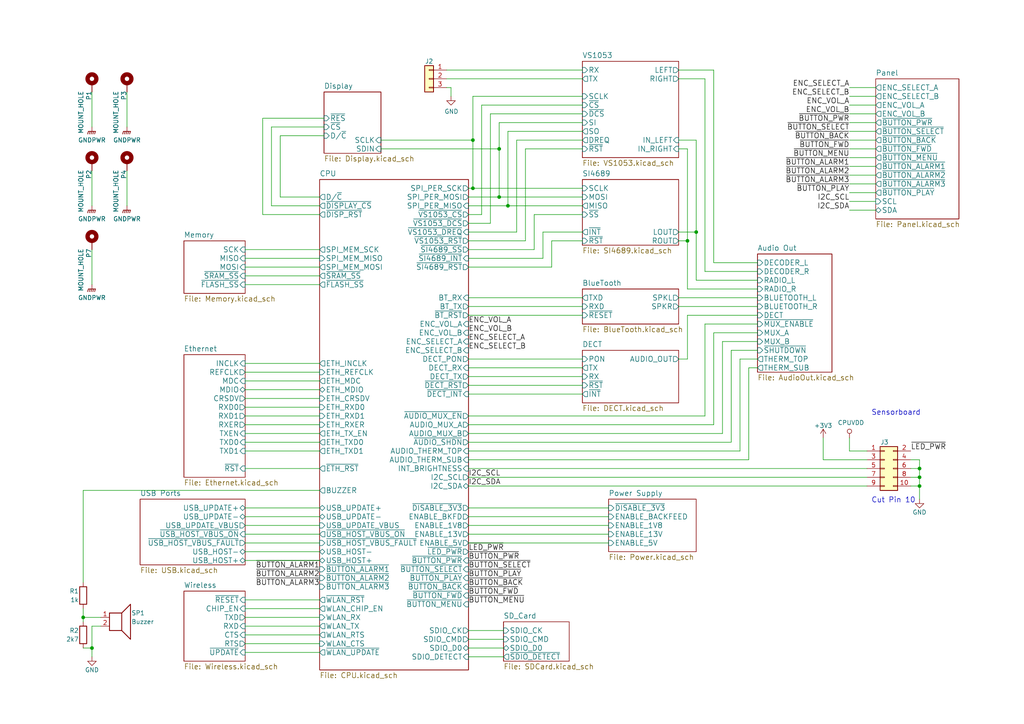
<source format=kicad_sch>
(kicad_sch (version 20211123) (generator eeschema)
  (paper "A4")
  (title_block (title "Radiowecker") (date "2016-05-31"))
  (lib_symbols
    (symbol "Connector_Generic:Conn_01x03" (pin_names (offset 1.016) hide)
      (property "Reference" "J" (at 0 5.08 0))
      (property "Value" "Conn_01x03" (at 0 -5.08 0))
      (symbol "Conn_01x03_1_1"
        (rectangle (start -1.27 -2.413) (end 0 -2.667) (stroke (width 0.1524)))
        (rectangle (start -1.27 0.127) (end 0 -0.127) (stroke (width 0.1524)))
        (rectangle (start -1.27 2.667) (end 0 2.413) (stroke (width 0.1524)))
        (rectangle (start -1.27 3.81) (end 1.27 -3.81) (stroke (width 0.254)) (fill (type background)))
        (pin passive line (at -5.08 2.54 0) (length 3.81) (name "Pin_1") (number "1"))
        (pin passive line (at -5.08 0 0) (length 3.81) (name "Pin_2") (number "2"))
        (pin passive line (at -5.08 -2.54 0) (length 3.81) (name "Pin_3") (number "3"))
      )
    )
    (symbol "Connector_Generic:Conn_02x05_Odd_Even" (pin_names (offset 1.016) hide)
      (property "Reference" "J" (at 1.27 7.62 0))
      (property "Value" "Conn_02x05_Odd_Even" (at 1.27 -7.62 0))
      (symbol "Conn_02x05_Odd_Even_1_1"
        (rectangle (start -1.27 -4.953) (end 0 -5.207) (stroke (width 0.1524)))
        (rectangle (start -1.27 -2.413) (end 0 -2.667) (stroke (width 0.1524)))
        (rectangle (start -1.27 0.127) (end 0 -0.127) (stroke (width 0.1524)))
        (rectangle (start -1.27 2.667) (end 0 2.413) (stroke (width 0.1524)))
        (rectangle (start -1.27 5.207) (end 0 4.953) (stroke (width 0.1524)))
        (rectangle (start -1.27 6.35) (end 3.81 -6.35) (stroke (width 0.254)) (fill (type background)))
        (rectangle (start 3.81 -4.953) (end 2.54 -5.207) (stroke (width 0.1524)))
        (rectangle (start 3.81 -2.413) (end 2.54 -2.667) (stroke (width 0.1524)))
        (rectangle (start 3.81 0.127) (end 2.54 -0.127) (stroke (width 0.1524)))
        (rectangle (start 3.81 2.667) (end 2.54 2.413) (stroke (width 0.1524)))
        (rectangle (start 3.81 5.207) (end 2.54 4.953) (stroke (width 0.1524)))
        (pin passive line (at -5.08 5.08 0) (length 3.81) (name "Pin_1") (number "1"))
        (pin passive line (at 7.62 -5.08 180) (length 3.81) (name "Pin_10") (number "10"))
        (pin passive line (at 7.62 5.08 180) (length 3.81) (name "Pin_2") (number "2"))
        (pin passive line (at -5.08 2.54 0) (length 3.81) (name "Pin_3") (number "3"))
        (pin passive line (at 7.62 2.54 180) (length 3.81) (name "Pin_4") (number "4"))
        (pin passive line (at -5.08 0 0) (length 3.81) (name "Pin_5") (number "5"))
        (pin passive line (at 7.62 0 180) (length 3.81) (name "Pin_6") (number "6"))
        (pin passive line (at -5.08 -2.54 0) (length 3.81) (name "Pin_7") (number "7"))
        (pin passive line (at 7.62 -2.54 180) (length 3.81) (name "Pin_8") (number "8"))
        (pin passive line (at -5.08 -5.08 0) (length 3.81) (name "Pin_9") (number "9"))
      )
    )
    (symbol "Device:R" (pin_numbers hide) (pin_names (offset 0))
      (property "Reference" "R" (at 2.032 0 90))
      (property "Value" "R" (at 0 0 90))
      (symbol "R_0_1"
        (rectangle (start -1.016 -2.54) (end 1.016 2.54) (stroke (width 0.254)))
      )
      (symbol "R_1_1"
        (pin passive line (at 0 3.81 270) (length 1.27) (name "~") (number "1"))
        (pin passive line (at 0 -3.81 90) (length 1.27) (name "~") (number "2"))
      )
    )
    (symbol "Device:Speaker" (pin_names (offset 0) hide)
      (property "Reference" "LS" (at 1.27 5.715 0))
      (property "Value" "Speaker" (at 1.27 3.81 0))
      (symbol "Speaker_0_0"
        (rectangle (start -2.54 1.27) (end 1.016 -3.81) (stroke (width 0.254)))
        (polyline (pts (xy 1.016 1.27) (xy 3.556 3.81) (xy 3.556 -6.35) (xy 1.016 -3.81)) (stroke (width 0.254)))
      )
      (symbol "Speaker_1_1"
        (pin input line (at -5.08 0 0) (length 2.54) (name "1") (number "1"))
        (pin input line (at -5.08 -2.54 0) (length 2.54) (name "2") (number "2"))
      )
    )
    (symbol "Mainboard-rescue:+3V3-power" (power) (pin_names (offset 0))
      (property "Value" "+3V3-power" (at 0 3.556 0))
      (symbol "+3V3-power_0_1"
        (polyline (pts (xy -0.762 1.27) (xy 0 2.54)))
        (polyline (pts (xy 0 0) (xy 0 2.54)))
        (polyline (pts (xy 0 2.54) (xy 0.762 1.27)))
      )
      (symbol "+3V3-power_1_1"
        (pin power_in line (at 0 0 90) (length 0) hide (name "+3V3") (number "1"))
      )
    )
    (symbol "Mainboard-rescue:GND-power" (power) (pin_names (offset 0))
      (property "Value" "GND-power" (at 0 -3.81 0))
      (symbol "GND-power_0_1"
        (polyline (pts (xy 0 0) (xy 0 -1.27) (xy 1.27 -1.27) (xy 0 -2.54) (xy -1.27 -1.27) (xy 0 -1.27)))
      )
      (symbol "GND-power_1_1"
        (pin power_in line (at 0 0 270) (length 0) hide (name "GND") (number "1"))
      )
    )
    (symbol "Mainboard-rescue:GNDPWR-power" (power) (pin_names (offset 0))
      (property "Value" "GNDPWR-power" (at 0 -3.302 0))
      (symbol "GNDPWR-power_0_1"
        (polyline (pts (xy 0 -1.27) (xy 0 0)))
        (polyline (pts (xy -1.016 -1.27) (xy -1.27 -2.032) (xy -1.27 -2.032)) (stroke (width 0.2032)))
        (polyline (pts (xy -0.508 -1.27) (xy -0.762 -2.032) (xy -0.762 -2.032)) (stroke (width 0.2032)))
        (polyline (pts (xy 0 -1.27) (xy -0.254 -2.032) (xy -0.254 -2.032)) (stroke (width 0.2032)))
        (polyline (pts (xy 0.508 -1.27) (xy 0.254 -2.032) (xy 0.254 -2.032)) (stroke (width 0.2032)))
        (polyline (pts (xy 1.016 -1.27) (xy -1.016 -1.27) (xy -1.016 -1.27)) (stroke (width 0.2032)))
        (polyline (pts (xy 1.016 -1.27) (xy 0.762 -2.032) (xy 0.762 -2.032) (xy 0.762 -2.032)) (stroke (width 0.2032)))
      )
      (symbol "GNDPWR-power_1_1"
        (pin power_in line (at 0 0 270) (length 0) hide (name "GNDPWR") (number "1"))
      )
    )
    (symbol "Mainboard:CPUVDD" (power) (pin_names (offset 0))
      (property "Value" "CPUVDD" (at 0 3.81 0))
      (symbol "CPUVDD_0_1"
        (polyline (pts (xy 0 0) (xy 0 1.27)))
        (circle (center 0 1.905) (radius 0.635))
      )
      (symbol "CPUVDD_1_1"
        (pin power_in line (at 0 0 90) (length 0) hide (name "CPUVDD") (number "1"))
      )
    )
    (symbol "Mechanical:MountingHole_Pad" (pin_numbers hide) (pin_names (offset 1.016) hide)
      (property "Reference" "H" (at 0 6.35 0))
      (property "Value" "MountingHole_Pad" (at 0 4.445 0))
      (symbol "MountingHole_Pad_0_1"
        (circle (center 0 1.27) (radius 1.27) (stroke (width 1.27)))
      )
      (symbol "MountingHole_Pad_1_1"
        (pin input line (at 0 -2.54 90) (length 2.54) (name "1") (number "1"))
      )
    )
  )
  (junction (at 147.32 59.69))
  (junction (at 266.7 138.43))
  (junction (at 144.78 57.15))
  (junction (at 266.7 135.89))
  (junction (at 201.93 67.31))
  (junction (at 137.16 40.64))
  (junction (at 199.39 69.85))
  (junction (at 266.7 140.97))
  (junction (at 26.67 187.96))
  (junction (at 24.13 179.07))
  (junction (at 137.16 54.61))
  (junction (at 144.78 43.18))
  (wire (pts (xy 196.85 69.85) (xy 199.39 69.85)))
  (wire (pts (xy 92.71 189.23) (xy 71.12 189.23)))
  (wire (pts (xy 157.48 74.93) (xy 157.48 67.31)))
  (wire (pts (xy 160.02 69.85) (xy 168.91 69.85)))
  (wire (pts (xy 196.85 20.32) (xy 207.01 20.32)))
  (wire (pts (xy 135.89 138.43) (xy 251.46 138.43)))
  (wire (pts (xy 246.38 50.8) (xy 254 50.8)))
  (wire (pts (xy 24.13 179.07) (xy 24.13 180.34)))
  (wire (pts (xy 135.89 149.86) (xy 176.53 149.86)))
  (wire (pts (xy 135.89 59.69) (xy 147.32 59.69)))
  (wire (pts (xy 135.89 157.48) (xy 176.53 157.48)))
  (wire (pts (xy 199.39 43.18) (xy 199.39 69.85)))
  (wire (pts (xy 207.01 96.52) (xy 219.71 96.52)))
  (wire (pts (xy 71.12 82.55) (xy 92.71 82.55)))
  (wire (pts (xy 137.16 27.94) (xy 168.91 27.94)))
  (wire (pts (xy 76.2 62.23) (xy 76.2 34.29)))
  (wire (pts (xy 266.7 135.89) (xy 266.7 138.43)))
  (wire (pts (xy 135.89 154.94) (xy 176.53 154.94)))
  (wire (pts (xy 81.28 39.37) (xy 93.98 39.37)))
  (wire (pts (xy 129.54 22.86) (xy 168.91 22.86)))
  (wire (pts (xy 139.7 30.48) (xy 168.91 30.48)))
  (wire (pts (xy 76.2 34.29) (xy 93.98 34.29)))
  (wire (pts (xy 217.17 133.35) (xy 135.89 133.35)))
  (wire (pts (xy 201.93 40.64) (xy 201.93 67.31)))
  (wire (pts (xy 199.39 91.44) (xy 219.71 91.44)))
  (wire (pts (xy 201.93 67.31) (xy 201.93 81.28)))
  (wire (pts (xy 71.12 176.53) (xy 92.71 176.53)))
  (wire (pts (xy 209.55 99.06) (xy 219.71 99.06)))
  (wire (pts (xy 71.12 162.56) (xy 92.71 162.56)))
  (wire (pts (xy 154.94 62.23) (xy 168.91 62.23)))
  (wire (pts (xy 71.12 72.39) (xy 92.71 72.39)))
  (wire (pts (xy 246.38 58.42) (xy 254 58.42)))
  (wire (pts (xy 204.47 93.98) (xy 219.71 93.98)))
  (wire (pts (xy 135.89 104.14) (xy 168.91 104.14)))
  (wire (pts (xy 135.89 54.61) (xy 137.16 54.61)))
  (wire (pts (xy 212.09 128.27) (xy 212.09 101.6)))
  (wire (pts (xy 157.48 67.31) (xy 168.91 67.31)))
  (wire (pts (xy 149.86 40.64) (xy 168.91 40.64)))
  (wire (pts (xy 246.38 130.81) (xy 251.46 130.81)))
  (wire (pts (xy 135.89 57.15) (xy 144.78 57.15)))
  (wire (pts (xy 135.89 69.85) (xy 152.4 69.85)))
  (wire (pts (xy 264.16 133.35) (xy 266.7 133.35)))
  (wire (pts (xy 135.89 77.47) (xy 160.02 77.47)))
  (wire (pts (xy 71.12 123.19) (xy 92.71 123.19)))
  (wire (pts (xy 246.38 27.94) (xy 254 27.94)))
  (wire (pts (xy 266.7 140.97) (xy 266.7 144.78)))
  (wire (pts (xy 129.54 25.4) (xy 130.81 25.4)))
  (wire (pts (xy 71.12 105.41) (xy 92.71 105.41)))
  (wire (pts (xy 246.38 30.48) (xy 254 30.48)))
  (wire (pts (xy 26.67 26.67) (xy 26.67 36.83)))
  (wire (pts (xy 160.02 77.47) (xy 160.02 69.85)))
  (wire (pts (xy 196.85 88.9) (xy 219.71 88.9)))
  (wire (pts (xy 246.38 45.72) (xy 254 45.72)))
  (wire (pts (xy 152.4 69.85) (xy 152.4 43.18)))
  (wire (pts (xy 36.83 26.67) (xy 36.83 36.83)))
  (wire (pts (xy 214.63 130.81) (xy 135.89 130.81)))
  (wire (pts (xy 24.13 187.96) (xy 26.67 187.96)))
  (wire (pts (xy 246.38 40.64) (xy 254 40.64)))
  (wire (pts (xy 207.01 123.19) (xy 207.01 96.52)))
  (wire (pts (xy 137.16 27.94) (xy 137.16 40.64)))
  (wire (pts (xy 246.38 33.02) (xy 254 33.02)))
  (wire (pts (xy 135.89 152.4) (xy 176.53 152.4)))
  (wire (pts (xy 71.12 74.93) (xy 92.71 74.93)))
  (wire (pts (xy 196.85 104.14) (xy 199.39 104.14)))
  (wire (pts (xy 266.7 138.43) (xy 266.7 140.97)))
  (wire (pts (xy 135.89 74.93) (xy 157.48 74.93)))
  (wire (pts (xy 110.49 40.64) (xy 137.16 40.64)))
  (wire (pts (xy 196.85 22.86) (xy 204.47 22.86)))
  (wire (pts (xy 219.71 106.68) (xy 217.17 106.68)))
  (wire (pts (xy 78.74 36.83) (xy 78.74 59.69)))
  (wire (pts (xy 199.39 69.85) (xy 199.39 83.82)))
  (wire (pts (xy 144.78 35.56) (xy 168.91 35.56)))
  (wire (pts (xy 71.12 128.27) (xy 92.71 128.27)))
  (wire (pts (xy 135.89 111.76) (xy 168.91 111.76)))
  (wire (pts (xy 26.67 187.96) (xy 26.67 190.5)))
  (wire (pts (xy 238.76 127) (xy 238.76 133.35)))
  (wire (pts (xy 135.89 86.36) (xy 168.91 86.36)))
  (wire (pts (xy 209.55 125.73) (xy 209.55 99.06)))
  (wire (pts (xy 71.12 186.69) (xy 92.71 186.69)))
  (wire (pts (xy 207.01 76.2) (xy 219.71 76.2)))
  (wire (pts (xy 246.38 127) (xy 246.38 130.81)))
  (wire (pts (xy 135.89 190.5) (xy 146.05 190.5)))
  (wire (pts (xy 71.12 152.4) (xy 92.71 152.4)))
  (wire (pts (xy 149.86 67.31) (xy 149.86 40.64)))
  (wire (pts (xy 199.39 43.18) (xy 196.85 43.18)))
  (wire (pts (xy 26.67 181.61) (xy 26.67 187.96)))
  (wire (pts (xy 26.67 181.61) (xy 29.21 181.61)))
  (wire (pts (xy 24.13 176.53) (xy 24.13 179.07)))
  (wire (pts (xy 246.38 38.1) (xy 254 38.1)))
  (wire (pts (xy 238.76 133.35) (xy 251.46 133.35)))
  (wire (pts (xy 196.85 86.36) (xy 219.71 86.36)))
  (wire (pts (xy 135.89 185.42) (xy 146.05 185.42)))
  (wire (pts (xy 204.47 120.65) (xy 204.47 93.98)))
  (wire (pts (xy 135.89 64.77) (xy 142.24 64.77)))
  (wire (pts (xy 135.89 72.39) (xy 154.94 72.39)))
  (wire (pts (xy 135.89 120.65) (xy 204.47 120.65)))
  (wire (pts (xy 246.38 48.26) (xy 254 48.26)))
  (wire (pts (xy 135.89 123.19) (xy 207.01 123.19)))
  (wire (pts (xy 110.49 43.18) (xy 144.78 43.18)))
  (wire (pts (xy 71.12 80.01) (xy 92.71 80.01)))
  (wire (pts (xy 135.89 88.9) (xy 168.91 88.9)))
  (wire (pts (xy 71.12 135.89) (xy 92.71 135.89)))
  (wire (pts (xy 147.32 38.1) (xy 168.91 38.1)))
  (wire (pts (xy 71.12 125.73) (xy 92.71 125.73)))
  (wire (pts (xy 26.67 49.53) (xy 26.67 59.69)))
  (wire (pts (xy 81.28 57.15) (xy 81.28 39.37)))
  (wire (pts (xy 246.38 53.34) (xy 254 53.34)))
  (wire (pts (xy 71.12 147.32) (xy 92.71 147.32)))
  (wire (pts (xy 214.63 104.14) (xy 214.63 130.81)))
  (wire (pts (xy 71.12 107.95) (xy 92.71 107.95)))
  (wire (pts (xy 135.89 91.44) (xy 168.91 91.44)))
  (wire (pts (xy 24.13 179.07) (xy 29.21 179.07)))
  (wire (pts (xy 71.12 118.11) (xy 92.71 118.11)))
  (wire (pts (xy 264.16 140.97) (xy 266.7 140.97)))
  (wire (pts (xy 246.38 55.88) (xy 254 55.88)))
  (wire (pts (xy 147.32 59.69) (xy 168.91 59.69)))
  (wire (pts (xy 137.16 54.61) (xy 168.91 54.61)))
  (wire (pts (xy 71.12 179.07) (xy 92.71 179.07)))
  (wire (pts (xy 71.12 149.86) (xy 92.71 149.86)))
  (wire (pts (xy 71.12 77.47) (xy 92.71 77.47)))
  (wire (pts (xy 135.89 140.97) (xy 251.46 140.97)))
  (wire (pts (xy 71.12 173.99) (xy 92.71 173.99)))
  (wire (pts (xy 246.38 25.4) (xy 254 25.4)))
  (wire (pts (xy 204.47 22.86) (xy 204.47 78.74)))
  (wire (pts (xy 71.12 157.48) (xy 92.71 157.48)))
  (wire (pts (xy 246.38 60.96) (xy 254 60.96)))
  (wire (pts (xy 212.09 101.6) (xy 219.71 101.6)))
  (wire (pts (xy 135.89 67.31) (xy 149.86 67.31)))
  (wire (pts (xy 201.93 81.28) (xy 219.71 81.28)))
  (wire (pts (xy 135.89 109.22) (xy 168.91 109.22)))
  (wire (pts (xy 135.89 182.88) (xy 146.05 182.88)))
  (wire (pts (xy 135.89 187.96) (xy 146.05 187.96)))
  (wire (pts (xy 71.12 154.94) (xy 92.71 154.94)))
  (wire (pts (xy 71.12 115.57) (xy 92.71 115.57)))
  (wire (pts (xy 147.32 59.69) (xy 147.32 38.1)))
  (wire (pts (xy 246.38 43.18) (xy 254 43.18)))
  (wire (pts (xy 135.89 106.68) (xy 168.91 106.68)))
  (wire (pts (xy 246.38 35.56) (xy 254 35.56)))
  (wire (pts (xy 71.12 160.02) (xy 92.71 160.02)))
  (wire (pts (xy 71.12 110.49) (xy 92.71 110.49)))
  (wire (pts (xy 129.54 20.32) (xy 168.91 20.32)))
  (wire (pts (xy 135.89 147.32) (xy 176.53 147.32)))
  (wire (pts (xy 264.16 135.89) (xy 266.7 135.89)))
  (wire (pts (xy 154.94 72.39) (xy 154.94 62.23)))
  (wire (pts (xy 36.83 49.53) (xy 36.83 59.69)))
  (wire (pts (xy 266.7 133.35) (xy 266.7 135.89)))
  (wire (pts (xy 92.71 62.23) (xy 76.2 62.23)))
  (wire (pts (xy 142.24 64.77) (xy 142.24 33.02)))
  (wire (pts (xy 135.89 128.27) (xy 212.09 128.27)))
  (wire (pts (xy 137.16 40.64) (xy 137.16 54.61)))
  (wire (pts (xy 81.28 57.15) (xy 92.71 57.15)))
  (wire (pts (xy 71.12 120.65) (xy 92.71 120.65)))
  (wire (pts (xy 78.74 36.83) (xy 93.98 36.83)))
  (wire (pts (xy 199.39 83.82) (xy 219.71 83.82)))
  (wire (pts (xy 144.78 35.56) (xy 144.78 43.18)))
  (wire (pts (xy 135.89 62.23) (xy 139.7 62.23)))
  (wire (pts (xy 130.81 25.4) (xy 130.81 27.94)))
  (wire (pts (xy 26.67 72.39) (xy 26.67 82.55)))
  (wire (pts (xy 152.4 43.18) (xy 168.91 43.18)))
  (wire (pts (xy 78.74 59.69) (xy 92.71 59.69)))
  (wire (pts (xy 142.24 33.02) (xy 168.91 33.02)))
  (wire (pts (xy 71.12 181.61) (xy 92.71 181.61)))
  (wire (pts (xy 219.71 104.14) (xy 214.63 104.14)))
  (wire (pts (xy 71.12 113.03) (xy 92.71 113.03)))
  (wire (pts (xy 199.39 104.14) (xy 199.39 91.44)))
  (wire (pts (xy 264.16 138.43) (xy 266.7 138.43)))
  (wire (pts (xy 135.89 114.3) (xy 168.91 114.3)))
  (wire (pts (xy 135.89 125.73) (xy 209.55 125.73)))
  (wire (pts (xy 71.12 130.81) (xy 92.71 130.81)))
  (wire (pts (xy 24.13 142.24) (xy 24.13 168.91)))
  (wire (pts (xy 139.7 62.23) (xy 139.7 30.48)))
  (wire (pts (xy 217.17 106.68) (xy 217.17 133.35)))
  (wire (pts (xy 207.01 20.32) (xy 207.01 76.2)))
  (wire (pts (xy 92.71 184.15) (xy 71.12 184.15)))
  (wire (pts (xy 201.93 40.64) (xy 196.85 40.64)))
  (wire (pts (xy 196.85 67.31) (xy 201.93 67.31)))
  (wire (pts (xy 135.89 135.89) (xy 251.46 135.89)))
  (wire (pts (xy 204.47 78.74) (xy 219.71 78.74)))
  (wire (pts (xy 92.71 142.24) (xy 24.13 142.24)))
  (wire (pts (xy 144.78 43.18) (xy 144.78 57.15)))
  (wire (pts (xy 144.78 57.15) (xy 168.91 57.15)))
  (text "Cut Pin 10" (at 252.73 146.05 0) (effects (font (size 1.524 1.524)) (justify left bottom)))
  (text "Sensorboard" (at 252.73 120.65 0) (effects (font (size 1.524 1.524)) (justify left bottom)))
  (label "~{BUTTON_SELECT}" (at 135.89 165.1 0) (effects (font (size 1.524 1.524))))
  (label "ENC_VOL_A" (at 246.38 30.48 180) (effects (font (size 1.524 1.524))))
  (label "I2C_SCL" (at 135.89 138.43 0) (effects (font (size 1.524 1.524))))
  (label "~{LED_PWR}" (at 135.89 160.02 0) (effects (font (size 1.524 1.524))))
  (label "~{BUTTON_ALARM1}" (at 92.71 165.1 180) (effects (font (size 1.524 1.524))))
  (label "~{BUTTON_MENU}" (at 135.89 175.26 0) (effects (font (size 1.524 1.524))))
  (label "ENC_SELECT_B" (at 246.38 27.94 180) (effects (font (size 1.524 1.524))))
  (label "~{BUTTON_ALARM1}" (at 246.38 48.26 180) (effects (font (size 1.524 1.524))))
  (label "ENC_SELECT_B" (at 135.89 101.6 0) (effects (font (size 1.524 1.524))))
  (label "~{BUTTON_FWD}" (at 246.38 43.18 180) (effects (font (size 1.524 1.524))))
  (label "ENC_VOL_B" (at 246.38 33.02 180) (effects (font (size 1.524 1.524))))
  (label "I2C_SCL" (at 246.38 58.42 180) (effects (font (size 1.524 1.524))))
  (label "~{BUTTON_PLAY}" (at 135.89 167.64 0) (effects (font (size 1.524 1.524))))
  (label "~{BUTTON_SELECT}" (at 246.38 38.1 180) (effects (font (size 1.524 1.524))))
  (label "~{BUTTON_PWR}" (at 246.38 35.56 180) (effects (font (size 1.524 1.524))))
  (label "~{BUTTON_ALARM3}" (at 246.38 53.34 180) (effects (font (size 1.524 1.524))))
  (label "ENC_VOL_B" (at 135.89 96.52 0) (effects (font (size 1.524 1.524))))
  (label "~{BUTTON_BACK}" (at 246.38 40.64 180) (effects (font (size 1.524 1.524))))
  (label "I2C_SDA" (at 246.38 60.96 180) (effects (font (size 1.524 1.524))))
  (label "ENC_SELECT_A" (at 246.38 25.4 180) (effects (font (size 1.524 1.524))))
  (label "~{BUTTON_ALARM2}" (at 92.71 167.64 180) (effects (font (size 1.524 1.524))))
  (label "~{BUTTON_PLAY}" (at 246.38 55.88 180) (effects (font (size 1.524 1.524))))
  (label "~{BUTTON_FWD}" (at 135.89 172.72 0) (effects (font (size 1.524 1.524))))
  (label "~{BUTTON_BACK}" (at 135.89 170.18 0) (effects (font (size 1.524 1.524))))
  (label "~{BUTTON_ALARM2}" (at 246.38 50.8 180) (effects (font (size 1.524 1.524))))
  (label "ENC_VOL_A" (at 135.89 93.98 0) (effects (font (size 1.524 1.524))))
  (label "~{LED_PWR}" (at 264.16 130.81 0) (effects (font (size 1.524 1.524))))
  (label "~{BUTTON_PWR}" (at 135.89 162.56 0) (effects (font (size 1.524 1.524))))
  (label "I2C_SDA" (at 135.89 140.97 0) (effects (font (size 1.524 1.524))))
  (label "~{BUTTON_MENU}" (at 246.38 45.72 180) (effects (font (size 1.524 1.524))))
  (label "ENC_SELECT_A" (at 135.89 99.06 0) (effects (font (size 1.524 1.524))))
  (label "~{BUTTON_ALARM3}" (at 92.71 170.18 180) (effects (font (size 1.524 1.524))))
  (symbol (lib_id "Connector_Generic:Conn_01x03") (at 124.46 22.86 0) (mirror y) (unit 1)
    (property "Reference" "J2" (at 124.46 17.78 0))
    (property "Value" "CONN_01X03" (effects hide))
    (property "Footprint" "Pin_Headers:Pin_Header_Straight_1x03" (effects hide))
    (property "Manufacturer" "Value" (effects hide))
    (property "Type" "Value" (effects hide))
    (property "Source" "Farnell" (effects hide))
    (property "Order Number" "Value" (effects hide))
  )
  (symbol (lib_id "Mainboard-rescue:GND-power") (at 130.81 27.94 0) (unit 1)
    (property "Reference" "#PWR03" (effects hide))
    (property "Value" "GND" (at 130.937 32.3342 0))
  )
  (symbol (lib_id "Mainboard-rescue:GND-power") (at 266.7 144.78 0) (unit 1)
    (property "Reference" "#PWR01" (effects hide))
    (property "Value" "GND" (at 266.7 148.59 0))
  )
  (symbol (lib_id "Mainboard-rescue:+3V3-power") (at 238.76 127 0) (unit 1)
    (property "Reference" "#PWR02" (effects hide))
    (property "Value" "+3V3" (at 238.76 123.444 0))
  )
  (symbol (lib_id "Device:Speaker") (at 34.29 179.07 0) (unit 1)
    (property "Reference" "SP1" (at 38.1 177.8 0) (effects (justify left)))
    (property "Value" "Buzzer" (at 38.1 180.34 0) (effects (justify left)))
    (property "Footprint" "Various:PKLCS1212E2000-R1" (effects hide))
    (property "Manufacturer" "Murata" (effects hide))
    (property "Type" "PKLCS1212E2000-R1" (effects hide))
    (property "Source" "Farnell" (effects hide))
    (property "Order Number" "1765028" (effects hide))
  )
  (symbol (lib_id "Mainboard-rescue:GND-power") (at 26.67 190.5 0) (unit 1)
    (property "Reference" "#PWR08" (effects hide))
    (property "Value" "GND" (at 26.67 194.31 0))
  )
  (symbol (lib_id "Device:R") (at 24.13 172.72 180) (unit 1)
    (property "Reference" "R1" (at 22.86 171.45 0) (effects (justify left)))
    (property "Value" "1k" (at 22.86 173.99 0) (effects (justify left)))
    (property "Footprint" "Resistors_SMD:R_0603_HandSoldering" (effects hide))
    (property "Manufacturer" "Value" (effects hide))
    (property "Type" "Value" (effects hide))
    (property "Source" "Farnell" (effects hide))
    (property "Order Number" "Value" (effects hide))
  )
  (symbol (lib_id "Device:R") (at 24.13 184.15 180) (unit 1)
    (property "Reference" "R2" (at 22.86 182.88 0) (effects (justify left)))
    (property "Value" "2k7" (at 22.86 185.42 0) (effects (justify left)))
    (property "Footprint" "Resistors_SMD:R_0603_HandSoldering" (effects hide))
    (property "Manufacturer" "Value" (effects hide))
    (property "Type" "Value" (effects hide))
    (property "Source" "Farnell" (effects hide))
    (property "Order Number" "Value" (effects hide))
  )
  (symbol (lib_id "Mechanical:MountingHole_Pad") (at 26.67 24.13 0) (unit 1)
    (property "Reference" "P1" (at 25.781 26.3652 90) (effects (justify right)))
    (property "Value" "MOUNT_HOLE" (at 23.4696 26.3652 90) (effects (justify right)))
    (property "Footprint" "Mounting_Holes:MountingHole_3.2mm_M3_Pad" (effects hide))
    (property "Manufacturer" "Value" (effects hide))
    (property "Type" "Value" (effects hide))
    (property "Source" "Farnell" (effects hide))
    (property "Order Number" "Value" (effects hide))
  )
  (symbol (lib_id "Mechanical:MountingHole_Pad") (at 36.83 24.13 0) (unit 1)
    (property "Reference" "P3" (at 35.941 26.3652 90) (effects (justify right)))
    (property "Value" "MOUNT_HOLE" (at 33.6296 26.3652 90) (effects (justify right)))
    (property "Footprint" "Mounting_Holes:MountingHole_3.2mm_M3_Pad" (effects hide))
    (property "Manufacturer" "Value" (effects hide))
    (property "Type" "Value" (effects hide))
    (property "Source" "Farnell" (effects hide))
    (property "Order Number" "Value" (effects hide))
  )
  (symbol (lib_id "Mechanical:MountingHole_Pad") (at 26.67 46.99 0) (unit 1)
    (property "Reference" "P2" (at 25.781 49.2252 90) (effects (justify right)))
    (property "Value" "MOUNT_HOLE" (at 23.4696 49.2252 90) (effects (justify right)))
    (property "Footprint" "Mounting_Holes:MountingHole_3.2mm_M3_Pad" (effects hide))
    (property "Manufacturer" "Value" (effects hide))
    (property "Type" "Value" (effects hide))
    (property "Source" "Farnell" (effects hide))
    (property "Order Number" "Value" (effects hide))
  )
  (symbol (lib_id "Mechanical:MountingHole_Pad") (at 36.83 46.99 0) (unit 1)
    (property "Reference" "P4" (at 35.941 49.2252 90) (effects (justify right)))
    (property "Value" "MOUNT_HOLE" (at 33.6296 49.2252 90) (effects (justify right)))
    (property "Footprint" "Mounting_Holes:MountingHole_3.2mm_M3_Pad" (effects hide))
    (property "Manufacturer" "Value" (effects hide))
    (property "Type" "Value" (effects hide))
    (property "Source" "Farnell" (effects hide))
    (property "Order Number" "Value" (effects hide))
  )
  (symbol (lib_id "Mainboard-rescue:GNDPWR-power") (at 26.67 36.83 0) (unit 1)
    (property "Reference" "#PWR04" (effects hide))
    (property "Value" "GNDPWR" (at 26.67 40.64 0))
  )
  (symbol (lib_id "Mainboard-rescue:GNDPWR-power") (at 36.83 36.83 0) (unit 1)
    (property "Reference" "#PWR05" (effects hide))
    (property "Value" "GNDPWR" (at 36.83 40.64 0))
  )
  (symbol (lib_id "Mainboard-rescue:GNDPWR-power") (at 36.83 59.69 0) (unit 1)
    (property "Reference" "#PWR06" (effects hide))
    (property "Value" "GNDPWR" (at 36.83 63.5 0))
  )
  (symbol (lib_id "Mainboard-rescue:GNDPWR-power") (at 26.67 59.69 0) (unit 1)
    (property "Reference" "#PWR07" (effects hide))
    (property "Value" "GNDPWR" (at 26.67 63.5 0))
  )
  (symbol (lib_id "Mainboard:CPUVDD") (at 246.38 127 0) (unit 1)
    (property "Reference" "#PWR09" (effects hide))
    (property "Value" "CPUVDD" (at 246.8118 122.6058 0))
  )
  (symbol (lib_id "Connector_Generic:Conn_02x05_Odd_Even") (at 256.54 135.89 0) (unit 1)
    (property "Reference" "J3" (at 256.54 128.27 0))
    (property "Value" "CONN_02X05" (effects hide))
    (property "Footprint" "Connect:IDC_Header_Straight_10pins" (effects hide))
    (property "Manufacturer" "Value" (effects hide))
    (property "Type" "Value" (effects hide))
    (property "Source" "Farnell" (effects hide))
    (property "Order Number" "Value" (effects hide))
  )
  (symbol (lib_id "Mechanical:MountingHole_Pad") (at 26.67 69.85 0) (unit 1)
    (property "Reference" "P7" (at 25.781 72.0852 90) (effects (justify right)))
    (property "Value" "MOUNT_HOLE" (at 23.4696 72.0852 90) (effects (justify right)))
    (property "Footprint" "Mounting_Holes:MountingHole_3.2mm_M3_Pad" (effects hide))
    (property "Manufacturer" "Value" (effects hide))
    (property "Type" "Value" (effects hide))
    (property "Source" "Farnell" (effects hide))
    (property "Order Number" "Value" (effects hide))
  )
  (symbol (lib_id "Mainboard-rescue:GNDPWR-power") (at 26.67 82.55 0) (unit 1)
    (property "Reference" "#PWR010" (effects hide))
    (property "Value" "GNDPWR" (at 26.67 86.36 0))
  )
  (sheet (at 168.91 52.07) (size 27.94 19.05)
    (property "Sheet name" "SI4689" (at 168.91 51.2314 0) (effects (font (size 1.524 1.524)) (justify left bottom)))
    (property "Sheet file" "SI4689.kicad_sch" (at 168.91 71.8062 0) (effects (font (size 1.524 1.524)) (justify left top)))
    (pin "ROUT" output (at 196.85 69.85 0) (effects (font (size 1.524 1.524))))
    (pin "LOUT" output (at 196.85 67.31 0) (effects (font (size 1.524 1.524))))
    (pin "~{INT}" output (at 168.91 67.31 180) (effects (font (size 1.524 1.524))))
    (pin "~{RST}" input (at 168.91 69.85 180) (effects (font (size 1.524 1.524))))
    (pin "MOSI" input (at 168.91 57.15 180) (effects (font (size 1.524 1.524))))
    (pin "~{SS}" input (at 168.91 62.23 180) (effects (font (size 1.524 1.524))))
    (pin "MISO" output (at 168.91 59.69 180) (effects (font (size 1.524 1.524))))
    (pin "SCLK" input (at 168.91 54.61 180) (effects (font (size 1.524 1.524))))
  )
  (sheet (at 168.91 17.78) (size 27.94 27.94)
    (property "Sheet name" "VS1053" (at 168.91 16.9414 0) (effects (font (size 1.524 1.524)) (justify left bottom)))
    (property "Sheet file" "VS1053.kicad_sch" (at 168.91 46.4062 0) (effects (font (size 1.524 1.524)) (justify left top)))
    (pin "SO" output (at 168.91 38.1 180) (effects (font (size 1.524 1.524))))
    (pin "SI" input (at 168.91 35.56 180) (effects (font (size 1.524 1.524))))
    (pin "SCLK" input (at 168.91 27.94 180) (effects (font (size 1.524 1.524))))
    (pin "~{CS}" input (at 168.91 30.48 180) (effects (font (size 1.524 1.524))))
    (pin "~{DCS}" input (at 168.91 33.02 180) (effects (font (size 1.524 1.524))))
    (pin "DREQ" output (at 168.91 40.64 180) (effects (font (size 1.524 1.524))))
    (pin "LEFT" output (at 196.85 20.32 0) (effects (font (size 1.524 1.524))))
    (pin "RIGHT" output (at 196.85 22.86 0) (effects (font (size 1.524 1.524))))
    (pin "TX" output (at 168.91 22.86 180) (effects (font (size 1.524 1.524))))
    (pin "RX" input (at 168.91 20.32 180) (effects (font (size 1.524 1.524))))
    (pin "~{RST}" input (at 168.91 43.18 180) (effects (font (size 1.524 1.524))))
    (pin "IN_LEFT" input (at 196.85 40.64 0) (effects (font (size 1.524 1.524))))
    (pin "IN_RIGHT" input (at 196.85 43.18 0) (effects (font (size 1.524 1.524))))
  )
  (sheet (at 93.98 26.67) (size 16.51 17.78)
    (property "Sheet name" "Display" (at 93.98 25.8314 0) (effects (font (size 1.524 1.524)) (justify left bottom)))
    (property "Sheet file" "Display.kicad_sch" (at 93.98 45.1362 0) (effects (font (size 1.524 1.524)) (justify left top)))
    (pin "~{RES}" input (at 93.98 34.29 180) (effects (font (size 1.524 1.524))))
    (pin "~{CS}" input (at 93.98 36.83 180) (effects (font (size 1.524 1.524))))
    (pin "D/~{C}" input (at 93.98 39.37 180) (effects (font (size 1.524 1.524))))
    (pin "SCLK" input (at 110.49 40.64 0) (effects (font (size 1.524 1.524))))
    (pin "SDIN" input (at 110.49 43.18 0) (effects (font (size 1.524 1.524))))
  )
  (sheet (at 53.34 171.45) (size 17.78 20.32)
    (property "Sheet name" "Wireless" (at 53.34 170.6114 0) (effects (font (size 1.524 1.524)) (justify left bottom)))
    (property "Sheet file" "Wireless.kicad_sch" (at 53.34 192.4562 0) (effects (font (size 1.524 1.524)) (justify left top)))
    (pin "RXD" input (at 71.12 181.61 0) (effects (font (size 1.524 1.524))))
    (pin "TXD" output (at 71.12 179.07 0) (effects (font (size 1.524 1.524))))
    (pin "~{RESET}" input (at 71.12 173.99 0) (effects (font (size 1.524 1.524))))
    (pin "CHIP_EN" input (at 71.12 176.53 0) (effects (font (size 1.524 1.524))))
    (pin "RTS" output (at 71.12 186.69 0) (effects (font (size 1.524 1.524))))
    (pin "CTS" input (at 71.12 184.15 0) (effects (font (size 1.524 1.524))))
    (pin "~{UPDATE}" input (at 71.12 189.23 0) (effects (font (size 1.524 1.524))))
  )
  (sheet (at 168.91 101.6) (size 27.94 15.24)
    (property "Sheet name" "DECT" (at 168.91 100.7614 0) (effects (font (size 1.524 1.524)) (justify left bottom)))
    (property "Sheet file" "DECT.kicad_sch" (at 168.91 117.5262 0) (effects (font (size 1.524 1.524)) (justify left top)))
    (pin "RX" input (at 168.91 109.22 180) (effects (font (size 1.524 1.524))))
    (pin "TX" output (at 168.91 106.68 180) (effects (font (size 1.524 1.524))))
    (pin "~{RST}" input (at 168.91 111.76 180) (effects (font (size 1.524 1.524))))
    (pin "PON" input (at 168.91 104.14 180) (effects (font (size 1.524 1.524))))
    (pin "AUDIO_OUT" output (at 196.85 104.14 0) (effects (font (size 1.524 1.524))))
    (pin "~{INT}" output (at 168.91 114.3 180) (effects (font (size 1.524 1.524))))
  )
  (sheet (at 92.71 52.07) (size 43.18 142.24)
    (property "Sheet name" "CPU" (at 92.71 51.2314 0) (effects (font (size 1.524 1.524)) (justify left bottom)))
    (property "Sheet file" "CPU.kicad_sch" (at 92.71 194.9962 0) (effects (font (size 1.524 1.524)) (justify left top)))
    (pin "~{SI4689_SS}" output (at 135.89 72.39 0) (effects (font (size 1.524 1.524))))
    (pin "SDIO_D0" bidirectional (at 135.89 187.96 0) (effects (font (size 1.524 1.524))))
    (pin "SDIO_CK" output (at 135.89 182.88 0) (effects (font (size 1.524 1.524))))
    (pin "SDIO_CMD" output (at 135.89 185.42 0) (effects (font (size 1.524 1.524))))
    (pin "SPI_PER_SCK" output (at 135.89 54.61 0) (effects (font (size 1.524 1.524))))
    (pin "SPI_PER_MISO" input (at 135.89 59.69 0) (effects (font (size 1.524 1.524))))
    (pin "SPI_PER_MOSI" output (at 135.89 57.15 0) (effects (font (size 1.524 1.524))))
    (pin "D/~{C}" output (at 92.71 57.15 180) (effects (font (size 1.524 1.524))))
    (pin "~{DISPLAY_CS}" output (at 92.71 59.69 180) (effects (font (size 1.524 1.524))))
    (pin "BT_TX" output (at 135.89 88.9 0) (effects (font (size 1.524 1.524))))
    (pin "BT_RX" input (at 135.89 86.36 0) (effects (font (size 1.524 1.524))))
    (pin "DECT_TX" output (at 135.89 109.22 0) (effects (font (size 1.524 1.524))))
    (pin "DECT_RX" input (at 135.89 106.68 0) (effects (font (size 1.524 1.524))))
    (pin "ETH_MDIO" bidirectional (at 92.71 113.03 180) (effects (font (size 1.524 1.524))))
    (pin "ETH_CRSDV" input (at 92.71 115.57 180) (effects (font (size 1.524 1.524))))
    (pin "ETH_TXD0" output (at 92.71 128.27 180) (effects (font (size 1.524 1.524))))
    (pin "ETH_TXD1" output (at 92.71 130.81 180) (effects (font (size 1.524 1.524))))
    (pin "ETH_RXD0" input (at 92.71 118.11 180) (effects (font (size 1.524 1.524))))
    (pin "ETH_RXD1" input (at 92.71 120.65 180) (effects (font (size 1.524 1.524))))
    (pin "ETH_TX_EN" output (at 92.71 125.73 180) (effects (font (size 1.524 1.524))))
    (pin "ETH_MDC" output (at 92.71 110.49 180) (effects (font (size 1.524 1.524))))
    (pin "ETH_REFCLK" input (at 92.71 107.95 180) (effects (font (size 1.524 1.524))))
    (pin "INT_BRIGHTNESS" input (at 135.89 135.89 0) (effects (font (size 1.524 1.524))))
    (pin "WLAN_TX" output (at 92.71 181.61 180) (effects (font (size 1.524 1.524))))
    (pin "WLAN_RX" input (at 92.71 179.07 180) (effects (font (size 1.524 1.524))))
    (pin "WLAN_RTS" output (at 92.71 184.15 180) (effects (font (size 1.524 1.524))))
    (pin "WLAN_CTS" input (at 92.71 186.69 180) (effects (font (size 1.524 1.524))))
    (pin "USB_UPDATE_VBUS" input (at 92.71 152.4 180) (effects (font (size 1.524 1.524))))
    (pin "USB_UPDATE-" bidirectional (at 92.71 149.86 180) (effects (font (size 1.524 1.524))))
    (pin "USB_UPDATE+" bidirectional (at 92.71 147.32 180) (effects (font (size 1.524 1.524))))
    (pin "USB_HOST-" bidirectional (at 92.71 160.02 180) (effects (font (size 1.524 1.524))))
    (pin "USB_HOST+" bidirectional (at 92.71 162.56 180) (effects (font (size 1.524 1.524))))
    (pin "ENC_SELECT_A" input (at 135.89 99.06 0) (effects (font (size 1.524 1.524))))
    (pin "ENC_SELECT_B" input (at 135.89 101.6 0) (effects (font (size 1.524 1.524))))
    (pin "ENC_VOL_A" input (at 135.89 93.98 0) (effects (font (size 1.524 1.524))))
    (pin "ENC_VOL_B" input (at 135.89 96.52 0) (effects (font (size 1.524 1.524))))
    (pin "~{DISP_RST}" output (at 92.71 62.23 180) (effects (font (size 1.524 1.524))))
    (pin "~{DISABLE_3V3}" output (at 135.89 147.32 0) (effects (font (size 1.524 1.524))))
    (pin "ENABLE_1V8" output (at 135.89 152.4 0) (effects (font (size 1.524 1.524))))
    (pin "ENABLE_5V" output (at 135.89 157.48 0) (effects (font (size 1.524 1.524))))
    (pin "ENABLE_13V" output (at 135.89 154.94 0) (effects (font (size 1.524 1.524))))
    (pin "ENABLE_BKFD" output (at 135.89 149.86 0) (effects (font (size 1.524 1.524))))
    (pin "~{SI4689_RST}" output (at 135.89 77.47 0) (effects (font (size 1.524 1.524))))
    (pin "~{SI4689_INT}" input (at 135.89 74.93 0) (effects (font (size 1.524 1.524))))
    (pin "~{BT_RST}" output (at 135.89 91.44 0) (effects (font (size 1.524 1.524))))
    (pin "~{AUDIO_MUX_EN}" output (at 135.89 120.65 0) (effects (font (size 1.524 1.524))))
    (pin "AUDIO_MUX_A" output (at 135.89 123.19 0) (effects (font (size 1.524 1.524))))
    (pin "AUDIO_MUX_B" output (at 135.89 125.73 0) (effects (font (size 1.524 1.524))))
    (pin "~{AUDIO_SHDN}" output (at 135.89 128.27 0) (effects (font (size 1.524 1.524))))
    (pin "~{ETH_RST}" output (at 92.71 135.89 180) (effects (font (size 1.524 1.524))))
    (pin "~{VS1053_CS}" output (at 135.89 62.23 0) (effects (font (size 1.524 1.524))))
    (pin "~{VS1053_DCS}" output (at 135.89 64.77 0) (effects (font (size 1.524 1.524))))
    (pin "~{VS1053_DREQ}" input (at 135.89 67.31 0) (effects (font (size 1.524 1.524))))
    (pin "~{VS1053_RST}" output (at 135.89 69.85 0) (effects (font (size 1.524 1.524))))
    (pin "DECT_PON" output (at 135.89 104.14 0) (effects (font (size 1.524 1.524))))
    (pin "~{DECT_RST}" output (at 135.89 111.76 0) (effects (font (size 1.524 1.524))))
    (pin "~{WLAN_RST}" output (at 92.71 173.99 180) (effects (font (size 1.524 1.524))))
    (pin "WLAN_CHIP_EN" output (at 92.71 176.53 180) (effects (font (size 1.524 1.524))))
    (pin "AUDIO_THERM_TOP" input (at 135.89 130.81 0) (effects (font (size 1.524 1.524))))
    (pin "AUDIO_THERM_SUB" input (at 135.89 133.35 0) (effects (font (size 1.524 1.524))))
    (pin "~{BUTTON_PWR}" input (at 135.89 162.56 0) (effects (font (size 1.524 1.524))))
    (pin "~{BUTTON_SELECT}" input (at 135.89 165.1 0) (effects (font (size 1.524 1.524))))
    (pin "~{BUTTON_PLAY}" input (at 135.89 167.64 0) (effects (font (size 1.524 1.524))))
    (pin "~{BUTTON_BACK}" input (at 135.89 170.18 0) (effects (font (size 1.524 1.524))))
    (pin "~{BUTTON_FWD}" input (at 135.89 172.72 0) (effects (font (size 1.524 1.524))))
    (pin "~{BUTTON_MENU}" input (at 135.89 175.26 0) (effects (font (size 1.524 1.524))))
    (pin "~{BUTTON_ALARM1}" input (at 92.71 165.1 180) (effects (font (size 1.524 1.524))))
    (pin "~{BUTTON_ALARM2}" input (at 92.71 167.64 180) (effects (font (size 1.524 1.524))))
    (pin "~{BUTTON_ALARM3}" input (at 92.71 170.18 180) (effects (font (size 1.524 1.524))))
    (pin "~{LED_PWR}" output (at 135.89 160.02 0) (effects (font (size 1.524 1.524))))
    (pin "I2C_SCL" output (at 135.89 138.43 0) (effects (font (size 1.524 1.524))))
    (pin "I2C_SDA" bidirectional (at 135.89 140.97 0) (effects (font (size 1.524 1.524))))
    (pin "SDIO_DETECT" input (at 135.89 190.5 0) (effects (font (size 1.524 1.524))))
    (pin "BUZZER" output (at 92.71 142.24 180) (effects (font (size 1.524 1.524))))
    (pin "~{WLAN_UPDATE}" output (at 92.71 189.23 180) (effects (font (size 1.524 1.524))))
    (pin "~{DECT_INT}" input (at 135.89 114.3 0) (effects (font (size 1.524 1.524))))
    (pin "SPI_MEM_SCK" output (at 92.71 72.39 180) (effects (font (size 1.524 1.524))))
    (pin "SPI_MEM_MISO" input (at 92.71 74.93 180) (effects (font (size 1.524 1.524))))
    (pin "SPI_MEM_MOSI" output (at 92.71 77.47 180) (effects (font (size 1.524 1.524))))
    (pin "~{SRAM_SS}" output (at 92.71 80.01 180) (effects (font (size 1.524 1.524))))
    (pin "~{FLASH_SS}" output (at 92.71 82.55 180) (effects (font (size 1.524 1.524))))
    (pin "ETH_RXER" input (at 92.71 123.19 180) (effects (font (size 1.524 1.524))))
    (pin "ETH_INCLK" output (at 92.71 105.41 180) (effects (font (size 1.524 1.524))))
    (pin "~{USB_HOST_VBUS_ON}" output (at 92.71 154.94 180) (effects (font (size 1.524 1.524))))
    (pin "~{USB_HOST_VBUS_FAULT}" input (at 92.71 157.48 180) (effects (font (size 1.524 1.524))))
  )
  (sheet (at 219.71 73.66) (size 21.59 34.29)
    (property "Sheet name" "Audio Out" (at 219.71 72.8214 0) (effects (font (size 1.524 1.524)) (justify left bottom)))
    (property "Sheet file" "AudioOut.kicad_sch" (at 219.71 108.6362 0) (effects (font (size 1.524 1.524)) (justify left top)))
    (pin "DECODER_L" input (at 219.71 76.2 180) (effects (font (size 1.524 1.524))))
    (pin "DECODER_R" input (at 219.71 78.74 180) (effects (font (size 1.524 1.524))))
    (pin "RADIO_L" input (at 219.71 81.28 180) (effects (font (size 1.524 1.524))))
    (pin "RADIO_R" input (at 219.71 83.82 180) (effects (font (size 1.524 1.524))))
    (pin "BLUETOOTH_L" input (at 219.71 86.36 180) (effects (font (size 1.524 1.524))))
    (pin "DECT" input (at 219.71 91.44 180) (effects (font (size 1.524 1.524))))
    (pin "MUX_B" input (at 219.71 99.06 180) (effects (font (size 1.524 1.524))))
    (pin "MUX_A" input (at 219.71 96.52 180) (effects (font (size 1.524 1.524))))
    (pin "~{MUX_ENABLE}" input (at 219.71 93.98 180) (effects (font (size 1.524 1.524))))
    (pin "THERM_TOP" output (at 219.71 104.14 180) (effects (font (size 1.524 1.524))))
    (pin "THERM_SUB" output (at 219.71 106.68 180) (effects (font (size 1.524 1.524))))
    (pin "~{SHUTDOWN}" input (at 219.71 101.6 180) (effects (font (size 1.524 1.524))))
    (pin "BLUETOOTH_R" input (at 219.71 88.9 180) (effects (font (size 1.524 1.524))))
  )
  (sheet (at 176.53 144.78) (size 25.4 15.24)
    (property "Sheet name" "Power Supply" (at 176.53 143.9414 0) (effects (font (size 1.524 1.524)) (justify left bottom)))
    (property "Sheet file" "Power.kicad_sch" (at 176.53 160.7062 0) (effects (font (size 1.524 1.524)) (justify left top)))
    (pin "ENABLE_13V" input (at 176.53 154.94 180) (effects (font (size 1.524 1.524))))
    (pin "~{DISABLE_3V3}" input (at 176.53 147.32 180) (effects (font (size 1.524 1.524))))
    (pin "ENABLE_BACKFEED" input (at 176.53 149.86 180) (effects (font (size 1.524 1.524))))
    (pin "ENABLE_1V8" input (at 176.53 152.4 180) (effects (font (size 1.524 1.524))))
    (pin "ENABLE_5V" input (at 176.53 157.48 180) (effects (font (size 1.524 1.524))))
  )
  (sheet (at 168.91 83.82) (size 27.94 10.16)
    (property "Sheet name" "BlueTooth" (at 168.91 82.9814 0) (effects (font (size 1.524 1.524)) (justify left bottom)))
    (property "Sheet file" "BlueTooth.kicad_sch" (at 168.91 94.6662 0) (effects (font (size 1.524 1.524)) (justify left top)))
    (pin "SPKL" output (at 196.85 86.36 0) (effects (font (size 1.524 1.524))))
    (pin "SPKR" output (at 196.85 88.9 0) (effects (font (size 1.524 1.524))))
    (pin "RXD" input (at 168.91 88.9 180) (effects (font (size 1.524 1.524))))
    (pin "TXD" output (at 168.91 86.36 180) (effects (font (size 1.524 1.524))))
    (pin "~{RESET}" input (at 168.91 91.44 180) (effects (font (size 1.524 1.524))))
  )
  (sheet (at 53.34 102.87) (size 17.78 35.56)
    (property "Sheet name" "Ethernet" (at 53.34 102.0314 0) (effects (font (size 1.524 1.524)) (justify left bottom)))
    (property "Sheet file" "Ethernet.kicad_sch" (at 53.34 139.1162 0) (effects (font (size 1.524 1.524)) (justify left top)))
    (pin "REFCLK" output (at 71.12 107.95 0) (effects (font (size 1.524 1.524))))
    (pin "~{RST}" input (at 71.12 135.89 0) (effects (font (size 1.524 1.524))))
    (pin "MDIO" bidirectional (at 71.12 113.03 0) (effects (font (size 1.524 1.524))))
    (pin "MDC" input (at 71.12 110.49 0) (effects (font (size 1.524 1.524))))
    (pin "RXD0" output (at 71.12 118.11 0) (effects (font (size 1.524 1.524))))
    (pin "RXD1" output (at 71.12 120.65 0) (effects (font (size 1.524 1.524))))
    (pin "CRSDV" output (at 71.12 115.57 0) (effects (font (size 1.524 1.524))))
    (pin "TXEN" input (at 71.12 125.73 0) (effects (font (size 1.524 1.524))))
    (pin "TXD0" input (at 71.12 128.27 0) (effects (font (size 1.524 1.524))))
    (pin "TXD1" input (at 71.12 130.81 0) (effects (font (size 1.524 1.524))))
    (pin "RXER" output (at 71.12 123.19 0) (effects (font (size 1.524 1.524))))
    (pin "INCLK" input (at 71.12 105.41 0) (effects (font (size 1.524 1.524))))
  )
  (sheet (at 146.05 180.34) (size 19.05 11.43)
    (property "Sheet name" "SD_Card" (at 146.05 179.5014 0) (effects (font (size 1.524 1.524)) (justify left bottom)))
    (property "Sheet file" "SDCard.kicad_sch" (at 146.05 192.4562 0) (effects (font (size 1.524 1.524)) (justify left top)))
    (pin "SDIO_CK" input (at 146.05 182.88 180) (effects (font (size 1.524 1.524))))
    (pin "SDIO_CMD" input (at 146.05 185.42 180) (effects (font (size 1.524 1.524))))
    (pin "SDIO_D0" bidirectional (at 146.05 187.96 180) (effects (font (size 1.524 1.524))))
    (pin "~{SDIO_DETECT}" output (at 146.05 190.5 180) (effects (font (size 1.524 1.524))))
  )
  (sheet (at 40.64 144.78) (size 30.48 19.05)
    (property "Sheet name" "USB Ports" (at 40.64 143.9414 0) (effects (font (size 1.524 1.524)) (justify left bottom)))
    (property "Sheet file" "USB.kicad_sch" (at 40.64 164.5162 0) (effects (font (size 1.524 1.524)) (justify left top)))
    (pin "USB_UPDATE+" bidirectional (at 71.12 147.32 0) (effects (font (size 1.524 1.524))))
    (pin "USB_UPDATE-" bidirectional (at 71.12 149.86 0) (effects (font (size 1.524 1.524))))
    (pin "USB_UPDATE_VBUS" output (at 71.12 152.4 0) (effects (font (size 1.524 1.524))))
    (pin "USB_HOST+" bidirectional (at 71.12 162.56 0) (effects (font (size 1.524 1.524))))
    (pin "USB_HOST-" bidirectional (at 71.12 160.02 0) (effects (font (size 1.524 1.524))))
    (pin "~{USB_HOST_VBUS_ON}" input (at 71.12 154.94 0) (effects (font (size 1.524 1.524))))
    (pin "~{USB_HOST_VBUS_FAULT}" output (at 71.12 157.48 0) (effects (font (size 1.524 1.524))))
  )
  (sheet (at 53.34 69.85) (size 17.78 15.24)
    (property "Sheet name" "Memory" (at 53.34 69.0114 0) (effects (font (size 1.524 1.524)) (justify left bottom)))
    (property "Sheet file" "Memory.kicad_sch" (at 53.34 85.7762 0) (effects (font (size 1.524 1.524)) (justify left top)))
    (pin "MISO" input (at 71.12 74.93 0) (effects (font (size 1.524 1.524))))
    (pin "MOSI" input (at 71.12 77.47 0) (effects (font (size 1.524 1.524))))
    (pin "~{FLASH_SS}" input (at 71.12 82.55 0) (effects (font (size 1.524 1.524))))
    (pin "~{SRAM_SS}" input (at 71.12 80.01 0) (effects (font (size 1.524 1.524))))
    (pin "SCK" input (at 71.12 72.39 0) (effects (font (size 1.524 1.524))))
  )
  (sheet (at 254 22.86) (size 24.13 40.64)
    (property "Sheet name" "Panel" (at 254 22.0214 0) (effects (font (size 1.524 1.524)) (justify left bottom)))
    (property "Sheet file" "Panel.kicad_sch" (at 254 64.1862 0) (effects (font (size 1.524 1.524)) (justify left top)))
    (pin "ENC_SELECT_A" output (at 254 25.4 180) (effects (font (size 1.524 1.524))))
    (pin "ENC_SELECT_B" output (at 254 27.94 180) (effects (font (size 1.524 1.524))))
    (pin "ENC_VOL_A" output (at 254 30.48 180) (effects (font (size 1.524 1.524))))
    (pin "ENC_VOL_B" output (at 254 33.02 180) (effects (font (size 1.524 1.524))))
    (pin "~{BUTTON_PWR}" output (at 254 35.56 180) (effects (font (size 1.524 1.524))))
    (pin "~{BUTTON_SELECT}" output (at 254 38.1 180) (effects (font (size 1.524 1.524))))
    (pin "~{BUTTON_BACK}" output (at 254 40.64 180) (effects (font (size 1.524 1.524))))
    (pin "~{BUTTON_FWD}" output (at 254 43.18 180) (effects (font (size 1.524 1.524))))
    (pin "~{BUTTON_MENU}" output (at 254 45.72 180) (effects (font (size 1.524 1.524))))
    (pin "~{BUTTON_ALARM1}" output (at 254 48.26 180) (effects (font (size 1.524 1.524))))
    (pin "~{BUTTON_ALARM2}" output (at 254 50.8 180) (effects (font (size 1.524 1.524))))
    (pin "~{BUTTON_ALARM3}" output (at 254 53.34 180) (effects (font (size 1.524 1.524))))
    (pin "~{BUTTON_PLAY}" output (at 254 55.88 180) (effects (font (size 1.524 1.524))))
    (pin "SCL" input (at 254 58.42 180) (effects (font (size 1.524 1.524))))
    (pin "SDA" bidirectional (at 254 60.96 180) (effects (font (size 1.524 1.524))))
  )
)
</source>
